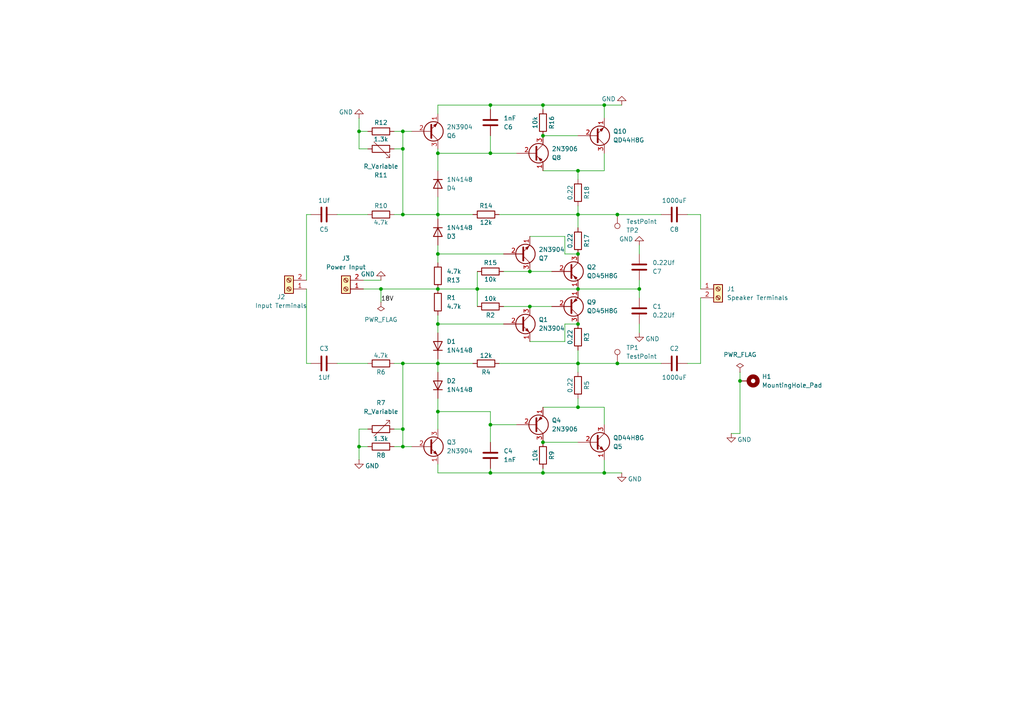
<source format=kicad_sch>
(kicad_sch (version 20231120) (generator "eeschema") (generator_version "8.0")
  (paper "A4")
  (lib_symbols
    (symbol "Connector:Screw_Terminal_01x02" (pin_names (offset 1.016) hide)
      (property "Reference" "J" (at 0 2.54 0))
      (property "Value" "Screw_Terminal_01x02" (at 0 -5.08 0))
      (symbol "Screw_Terminal_01x02_1_1"
        (rectangle (start -1.27 1.27) (end 1.27 -3.81) (stroke (width 0.254)) (fill (type background)))
        (circle (center 0 -2.54) (radius 0.635) (stroke (width 0.1524)))
        (polyline (pts (xy -0.5334 -2.2098) (xy 0.3302 -3.048)) (stroke (width 0.1524)))
        (polyline (pts (xy -0.5334 0.3302) (xy 0.3302 -0.508)) (stroke (width 0.1524)))
        (polyline (pts (xy -0.3556 -2.032) (xy 0.508 -2.8702)) (stroke (width 0.1524)))
        (polyline (pts (xy -0.3556 0.508) (xy 0.508 -0.3302)) (stroke (width 0.1524)))
        (circle (center 0 0) (radius 0.635) (stroke (width 0.1524)))
        (pin passive line (at -5.08 0 0) (length 3.81) (name "Pin_1") (number "1"))
        (pin passive line (at -5.08 -2.54 0) (length 3.81) (name "Pin_2") (number "2"))
      )
    )
    (symbol "Connector:TestPoint" (pin_numbers hide) (pin_names (offset 0.762) hide)
      (property "Reference" "TP" (at 0 6.858 0))
      (property "Value" "TestPoint" (at 0 5.08 0))
      (symbol "TestPoint_0_1"
        (circle (center 0 3.302) (radius 0.762))
      )
      (symbol "TestPoint_1_1"
        (pin passive line (at 0 0 90) (length 2.54) (name "1") (number "1"))
      )
    )
    (symbol "Device:C" (pin_numbers hide) (pin_names (offset 0.254))
      (property "Reference" "C" (at 0.635 2.54 0))
      (property "Value" "C" (at 0.635 -2.54 0))
      (symbol "C_0_1"
        (polyline (pts (xy -2.032 -0.762) (xy 2.032 -0.762)) (stroke (width 0.508)))
        (polyline (pts (xy -2.032 0.762) (xy 2.032 0.762)) (stroke (width 0.508)))
      )
      (symbol "C_1_1"
        (pin passive line (at 0 3.81 270) (length 2.794) (name "~") (number "1"))
        (pin passive line (at 0 -3.81 90) (length 2.794) (name "~") (number "2"))
      )
    )
    (symbol "Device:R" (pin_numbers hide) (pin_names (offset 0))
      (property "Reference" "R" (at 2.032 0 90))
      (property "Value" "R" (at 0 0 90))
      (symbol "R_0_1"
        (rectangle (start -1.016 -2.54) (end 1.016 2.54) (stroke (width 0.254)))
      )
      (symbol "R_1_1"
        (pin passive line (at 0 3.81 270) (length 1.27) (name "~") (number "1"))
        (pin passive line (at 0 -3.81 90) (length 1.27) (name "~") (number "2"))
      )
    )
    (symbol "Device:R_Variable" (pin_numbers hide) (pin_names (offset 0))
      (property "Reference" "R" (at 2.54 -2.54 90))
      (property "Value" "R_Variable" (at -2.54 -1.27 90))
      (symbol "R_Variable_0_1"
        (rectangle (start -1.016 -2.54) (end 1.016 2.54) (stroke (width 0.254)))
        (polyline (pts (xy 2.54 1.524) (xy 2.54 2.54) (xy 1.524 2.54) (xy 2.54 2.54) (xy -2.032 -2.032)))
      )
      (symbol "R_Variable_1_1"
        (pin passive line (at 0 3.81 270) (length 1.27) (name "~") (number "1"))
        (pin passive line (at 0 -3.81 90) (length 1.27) (name "~") (number "2"))
      )
    )
    (symbol "Diode:1N4148" (pin_numbers hide) (pin_names hide)
      (property "Reference" "D" (at 0 2.54 0))
      (property "Value" "1N4148" (at 0 -2.54 0))
      (symbol "1N4148_0_1"
        (polyline (pts (xy -1.27 1.27) (xy -1.27 -1.27)) (stroke (width 0.254)))
        (polyline (pts (xy 1.27 0) (xy -1.27 0)))
        (polyline (pts (xy 1.27 1.27) (xy 1.27 -1.27) (xy -1.27 0) (xy 1.27 1.27)) (stroke (width 0.254)))
      )
      (symbol "1N4148_1_1"
        (pin passive line (at -3.81 0 0) (length 2.54) (name "K") (number "1"))
        (pin passive line (at 3.81 0 180) (length 2.54) (name "A") (number "2"))
      )
    )
    (symbol "Mechanical:MountingHole_Pad" (pin_numbers hide) (pin_names (offset 1.016) hide) (exclude_from_sim yes) (in_bom no)
      (property "Reference" "H" (at 0 6.35 0))
      (property "Value" "MountingHole_Pad" (at 0 4.445 0))
      (symbol "MountingHole_Pad_0_1"
        (circle (center 0 1.27) (radius 1.27) (stroke (width 1.27)))
      )
      (symbol "MountingHole_Pad_1_1"
        (pin input line (at 0 -2.54 90) (length 2.54) (name "1") (number "1"))
      )
    )
    (symbol "Transistor_BJT:2N3904" (pin_names (offset 0) hide)
      (property "Reference" "Q" (at 5.08 1.905 0))
      (property "Value" "2N3904" (at 5.08 0 0))
      (symbol "2N3904_0_1"
        (polyline (pts (xy 0.635 0.635) (xy 2.54 2.54)))
        (polyline (pts (xy 0.635 -0.635) (xy 2.54 -2.54) (xy 2.54 -2.54)))
        (polyline (pts (xy 0.635 1.905) (xy 0.635 -1.905) (xy 0.635 -1.905)) (stroke (width 0.508)))
        (polyline (pts (xy 1.27 -1.778) (xy 1.778 -1.27) (xy 2.286 -2.286) (xy 1.27 -1.778) (xy 1.27 -1.778)) (fill (type outline)))
        (circle (center 1.27 0) (radius 2.8194) (stroke (width 0.254)))
      )
      (symbol "2N3904_1_1"
        (pin passive line (at 2.54 -5.08 90) (length 2.54) (name "E") (number "1"))
        (pin passive line (at -5.08 0 0) (length 5.715) (name "B") (number "2"))
        (pin passive line (at 2.54 5.08 270) (length 2.54) (name "C") (number "3"))
      )
    )
    (symbol "Transistor_BJT:2N3906" (pin_names (offset 0) hide)
      (property "Reference" "Q" (at 5.08 1.905 0))
      (property "Value" "2N3906" (at 5.08 0 0))
      (symbol "2N3906_0_1"
        (polyline (pts (xy 0.635 0.635) (xy 2.54 2.54)))
        (polyline (pts (xy 0.635 -0.635) (xy 2.54 -2.54) (xy 2.54 -2.54)))
        (polyline (pts (xy 0.635 1.905) (xy 0.635 -1.905) (xy 0.635 -1.905)) (stroke (width 0.508)))
        (polyline (pts (xy 2.286 -1.778) (xy 1.778 -2.286) (xy 1.27 -1.27) (xy 2.286 -1.778) (xy 2.286 -1.778)) (fill (type outline)))
        (circle (center 1.27 0) (radius 2.8194) (stroke (width 0.254)))
      )
      (symbol "2N3906_1_1"
        (pin passive line (at 2.54 -5.08 90) (length 2.54) (name "E") (number "1"))
        (pin input line (at -5.08 0 0) (length 5.715) (name "B") (number "2"))
        (pin passive line (at 2.54 5.08 270) (length 2.54) (name "C") (number "3"))
      )
    )
    (symbol "power:GND" (power) (pin_numbers hide) (pin_names (offset 0) hide)
      (property "Value" "GND" (at 0 -3.81 0))
      (symbol "GND_0_1"
        (polyline (pts (xy 0 0) (xy 0 -1.27) (xy 1.27 -1.27) (xy 0 -2.54) (xy -1.27 -1.27) (xy 0 -1.27)))
      )
      (symbol "GND_1_1"
        (pin power_in line (at 0 0 270) (length 0) (name "~") (number "1"))
      )
    )
    (symbol "power:PWR_FLAG" (power) (pin_numbers hide) (pin_names (offset 0) hide)
      (property "Value" "PWR_FLAG" (at 0 3.81 0))
      (symbol "PWR_FLAG_0_0"
        (pin power_out line (at 0 0 90) (length 0) (name "~") (number "1"))
      )
      (symbol "PWR_FLAG_0_1"
        (polyline (pts (xy 0 0) (xy 0 1.27) (xy -1.016 1.905) (xy 0 2.54) (xy 1.016 1.905) (xy 0 1.27)))
      )
    )
  )
  (junction (at 116.84 62.23))
  (junction (at 116.84 43.18))
  (junction (at 142.24 137.16))
  (junction (at 179.07 62.23))
  (junction (at 127 119.38))
  (junction (at 116.84 38.1))
  (junction (at 116.84 129.54))
  (junction (at 153.67 78.74))
  (junction (at 142.24 123.19))
  (junction (at 127 105.41))
  (junction (at 167.64 73.66))
  (junction (at 104.14 38.1))
  (junction (at 157.48 30.48))
  (junction (at 153.67 88.9))
  (junction (at 127 73.66))
  (junction (at 157.48 39.37))
  (junction (at 127 83.82))
  (junction (at 167.64 49.53))
  (junction (at 127 62.23))
  (junction (at 157.48 137.16))
  (junction (at 127 93.98))
  (junction (at 167.64 83.82))
  (junction (at 167.64 62.23))
  (junction (at 104.14 129.54))
  (junction (at 142.24 44.45))
  (junction (at 167.64 93.98))
  (junction (at 157.48 128.27))
  (junction (at 179.07 105.41))
  (junction (at 116.84 124.46))
  (junction (at 175.26 30.48))
  (junction (at 167.64 105.41))
  (junction (at 138.43 83.82))
  (junction (at 185.42 83.82))
  (junction (at 127 44.45))
  (junction (at 214.63 110.49))
  (junction (at 142.24 30.48))
  (junction (at 110.49 83.82))
  (junction (at 175.26 137.16))
  (junction (at 116.84 105.41))
  (junction (at 167.64 118.11))
  (wire (pts (xy 104.14 38.1) (xy 104.14 34.29)))
  (wire (pts (xy 116.84 38.1) (xy 116.84 43.18)))
  (wire (pts (xy 116.84 62.23) (xy 116.84 43.18)))
  (wire (pts (xy 214.63 110.49) (xy 214.63 125.73)))
  (wire (pts (xy 106.68 38.1) (xy 104.14 38.1)))
  (wire (pts (xy 175.26 133.35) (xy 175.26 137.16)))
  (wire (pts (xy 127 83.82) (xy 138.43 83.82)))
  (wire (pts (xy 146.05 88.9) (xy 153.67 88.9)))
  (wire (pts (xy 167.64 93.98) (xy 163.83 93.98)))
  (wire (pts (xy 144.78 62.23) (xy 167.64 62.23)))
  (wire (pts (xy 105.41 83.82) (xy 110.49 83.82)))
  (wire (pts (xy 142.24 135.89) (xy 142.24 137.16)))
  (wire (pts (xy 167.64 62.23) (xy 179.07 62.23)))
  (wire (pts (xy 167.64 118.11) (xy 175.26 118.11)))
  (wire (pts (xy 167.64 83.82) (xy 185.42 83.82)))
  (wire (pts (xy 142.24 123.19) (xy 142.24 128.27)))
  (wire (pts (xy 116.84 129.54) (xy 116.84 124.46)))
  (wire (pts (xy 114.3 129.54) (xy 116.84 129.54)))
  (wire (pts (xy 110.49 83.82) (xy 127 83.82)))
  (wire (pts (xy 114.3 62.23) (xy 116.84 62.23)))
  (wire (pts (xy 167.64 62.23) (xy 167.64 59.69)))
  (wire (pts (xy 146.05 78.74) (xy 153.67 78.74)))
  (wire (pts (xy 114.3 43.18) (xy 116.84 43.18)))
  (wire (pts (xy 127 76.2) (xy 127 73.66)))
  (wire (pts (xy 127 73.66) (xy 127 71.12)))
  (wire (pts (xy 106.68 43.18) (xy 104.14 43.18)))
  (wire (pts (xy 175.26 118.11) (xy 175.26 123.19)))
  (wire (pts (xy 127 49.53) (xy 127 44.45)))
  (wire (pts (xy 127 105.41) (xy 127 107.95)))
  (wire (pts (xy 142.24 44.45) (xy 149.86 44.45)))
  (wire (pts (xy 104.14 43.18) (xy 104.14 38.1)))
  (wire (pts (xy 127 105.41) (xy 127 104.14)))
  (wire (pts (xy 163.83 93.98) (xy 163.83 99.06)))
  (wire (pts (xy 153.67 68.58) (xy 163.83 68.58)))
  (wire (pts (xy 127 44.45) (xy 142.24 44.45)))
  (wire (pts (xy 104.14 124.46) (xy 104.14 129.54)))
  (wire (pts (xy 127 44.45) (xy 127 43.18)))
  (wire (pts (xy 214.63 107.95) (xy 214.63 110.49)))
  (wire (pts (xy 138.43 83.82) (xy 138.43 88.9)))
  (wire (pts (xy 142.24 30.48) (xy 157.48 30.48)))
  (wire (pts (xy 167.64 73.66) (xy 163.83 73.66)))
  (wire (pts (xy 116.84 129.54) (xy 119.38 129.54)))
  (wire (pts (xy 106.68 124.46) (xy 104.14 124.46)))
  (wire (pts (xy 137.16 105.41) (xy 127 105.41)))
  (wire (pts (xy 142.24 137.16) (xy 157.48 137.16)))
  (wire (pts (xy 127 119.38) (xy 127 124.46)))
  (wire (pts (xy 114.3 38.1) (xy 116.84 38.1)))
  (wire (pts (xy 137.16 62.23) (xy 127 62.23)))
  (wire (pts (xy 203.2 86.36) (xy 203.2 105.41)))
  (wire (pts (xy 167.64 52.07) (xy 167.64 49.53)))
  (wire (pts (xy 88.9 105.41) (xy 90.17 105.41)))
  (wire (pts (xy 106.68 129.54) (xy 104.14 129.54)))
  (wire (pts (xy 127 91.44) (xy 127 93.98)))
  (wire (pts (xy 179.07 62.23) (xy 191.77 62.23)))
  (wire (pts (xy 157.48 30.48) (xy 175.26 30.48)))
  (wire (pts (xy 114.3 124.46) (xy 116.84 124.46)))
  (wire (pts (xy 199.39 62.23) (xy 203.2 62.23)))
  (wire (pts (xy 116.84 38.1) (xy 119.38 38.1)))
  (wire (pts (xy 167.64 105.41) (xy 179.07 105.41)))
  (wire (pts (xy 153.67 88.9) (xy 160.02 88.9)))
  (wire (pts (xy 153.67 78.74) (xy 160.02 78.74)))
  (wire (pts (xy 127 93.98) (xy 127 96.52)))
  (wire (pts (xy 157.48 118.11) (xy 167.64 118.11)))
  (wire (pts (xy 97.79 62.23) (xy 106.68 62.23)))
  (wire (pts (xy 114.3 105.41) (xy 116.84 105.41)))
  (wire (pts (xy 127 33.02) (xy 127 30.48)))
  (wire (pts (xy 175.26 34.29) (xy 175.26 30.48)))
  (wire (pts (xy 97.79 105.41) (xy 106.68 105.41)))
  (wire (pts (xy 157.48 135.89) (xy 157.48 137.16)))
  (wire (pts (xy 104.14 129.54) (xy 104.14 133.35)))
  (wire (pts (xy 203.2 62.23) (xy 203.2 83.82)))
  (wire (pts (xy 127 62.23) (xy 127 63.5)))
  (wire (pts (xy 127 62.23) (xy 127 57.15)))
  (wire (pts (xy 88.9 62.23) (xy 88.9 81.28)))
  (wire (pts (xy 203.2 105.41) (xy 199.39 105.41)))
  (wire (pts (xy 138.43 83.82) (xy 167.64 83.82)))
  (wire (pts (xy 175.26 49.53) (xy 175.26 44.45)))
  (wire (pts (xy 185.42 83.82) (xy 185.42 81.28)))
  (wire (pts (xy 142.24 44.45) (xy 142.24 39.37)))
  (wire (pts (xy 167.64 115.57) (xy 167.64 118.11)))
  (wire (pts (xy 185.42 93.98) (xy 185.42 96.52)))
  (wire (pts (xy 167.64 49.53) (xy 175.26 49.53)))
  (wire (pts (xy 157.48 128.27) (xy 167.64 128.27)))
  (wire (pts (xy 185.42 83.82) (xy 185.42 86.36)))
  (wire (pts (xy 185.42 71.12) (xy 185.42 73.66)))
  (wire (pts (xy 116.84 62.23) (xy 127 62.23)))
  (wire (pts (xy 214.63 125.73) (xy 212.09 125.73)))
  (wire (pts (xy 127 93.98) (xy 146.05 93.98)))
  (wire (pts (xy 116.84 105.41) (xy 116.84 124.46)))
  (wire (pts (xy 175.26 137.16) (xy 180.34 137.16)))
  (wire (pts (xy 179.07 105.41) (xy 191.77 105.41)))
  (wire (pts (xy 175.26 30.48) (xy 180.34 30.48)))
  (wire (pts (xy 127 119.38) (xy 142.24 119.38)))
  (wire (pts (xy 167.64 105.41) (xy 167.64 107.95)))
  (wire (pts (xy 127 115.57) (xy 127 119.38)))
  (wire (pts (xy 127 73.66) (xy 146.05 73.66)))
  (wire (pts (xy 142.24 119.38) (xy 142.24 123.19)))
  (wire (pts (xy 127 134.62) (xy 127 137.16)))
  (wire (pts (xy 142.24 31.75) (xy 142.24 30.48)))
  (wire (pts (xy 127 137.16) (xy 142.24 137.16)))
  (wire (pts (xy 127 30.48) (xy 142.24 30.48)))
  (wire (pts (xy 157.48 137.16) (xy 175.26 137.16)))
  (wire (pts (xy 157.48 49.53) (xy 167.64 49.53)))
  (wire (pts (xy 153.67 99.06) (xy 163.83 99.06)))
  (wire (pts (xy 110.49 83.82) (xy 110.49 87.63)))
  (wire (pts (xy 88.9 83.82) (xy 88.9 105.41)))
  (wire (pts (xy 167.64 105.41) (xy 167.64 101.6)))
  (wire (pts (xy 105.41 81.28) (xy 110.49 81.28)))
  (wire (pts (xy 157.48 31.75) (xy 157.48 30.48)))
  (wire (pts (xy 144.78 105.41) (xy 167.64 105.41)))
  (wire (pts (xy 138.43 83.82) (xy 138.43 78.74)))
  (wire (pts (xy 88.9 62.23) (xy 90.17 62.23)))
  (wire (pts (xy 116.84 105.41) (xy 127 105.41)))
  (wire (pts (xy 167.64 62.23) (xy 167.64 66.04)))
  (wire (pts (xy 142.24 123.19) (xy 149.86 123.19)))
  (wire (pts (xy 163.83 73.66) (xy 163.83 68.58)))
  (wire (pts (xy 157.48 39.37) (xy 167.64 39.37)))
  (label "18V" (at 110.49 87.63 0))
  (symbol (lib_id "Device:C") (at 185.42 77.47 0) (mirror x) (unit 1)
    (property "Reference" "C7" (at 189.23 78.7401 0) (effects (justify left)))
    (property "Value" "0.22Uf" (at 189.23 76.2001 0) (effects (justify left)))
    (property "Footprint" "Capacitor_THT:CP_Radial_D4.0mm_P1.50mm" (effects (hide yes)))
    (property "Description" "Unpolarized capacitor" (effects (hide yes)))
  )
  (symbol (lib_id "Device:R") (at 167.64 55.88 0) (mirror x) (unit 1)
    (property "Reference" "R18" (at 170.18 55.88 90))
    (property "Value" "0.22" (at 165.354 55.88 90))
    (property "Footprint" "Resistor_THT:R_Axial_DIN0204_L3.6mm_D1.6mm_P5.08mm_Horizontal" (effects (hide yes)))
    (property "Description" "Resistor" (effects (hide yes)))
  )
  (symbol (lib_id "Device:C") (at 195.58 105.41 90) (unit 1)
    (property "Reference" "C2" (at 195.58 101.092 90))
    (property "Value" "1000uF" (at 195.58 109.474 90))
    (property "Footprint" "Capacitor_THT:CP_Radial_D12.5mm_P7.50mm" (effects (hide yes)))
    (property "Description" "Unpolarized capacitor" (effects (hide yes)))
  )
  (symbol (lib_id "Device:R") (at 140.97 62.23 270) (mirror x) (unit 1)
    (property "Reference" "R14" (at 140.97 59.69 90))
    (property "Value" "12k" (at 140.97 64.516 90))
    (property "Footprint" "Resistor_THT:R_Axial_DIN0204_L3.6mm_D1.6mm_P5.08mm_Horizontal" (effects (hide yes)))
    (property "Description" "Resistor" (effects (hide yes)))
  )
  (symbol (lib_id "power:GND") (at 180.34 30.48 180) (unit 1)
    (property "Reference" "#PWR05" (effects (hide yes)))
    (property "Value" "GND" (at 176.53 28.702 0))
    (property "Description" "Power symbol creates a global label with name \"GND\" , ground" (effects (hide yes)))
  )
  (symbol (lib_id "Device:R") (at 142.24 88.9 270) (unit 1)
    (property "Reference" "R2" (at 142.24 91.44 90))
    (property "Value" "10k" (at 142.24 86.614 90))
    (property "Footprint" "Resistor_THT:R_Axial_DIN0204_L3.6mm_D1.6mm_P5.08mm_Horizontal" (effects (hide yes)))
    (property "Description" "Resistor" (effects (hide yes)))
  )
  (symbol (lib_id "Device:R") (at 110.49 105.41 270) (unit 1)
    (property "Reference" "R6" (at 110.49 107.95 90))
    (property "Value" "4.7k" (at 110.49 103.124 90))
    (property "Footprint" "Resistor_THT:R_Axial_DIN0204_L3.6mm_D1.6mm_P5.08mm_Horizontal" (effects (hide yes)))
    (property "Description" "Resistor" (effects (hide yes)))
  )
  (symbol (lib_id "power:GND") (at 185.42 71.12 180) (unit 1)
    (property "Reference" "#PWR06" (effects (hide yes)))
    (property "Value" "GND" (at 181.61 69.342 0))
    (property "Description" "Power symbol creates a global label with name \"GND\" , ground" (effects (hide yes)))
  )
  (symbol (lib_id "Device:C") (at 195.58 62.23 90) (mirror x) (unit 1)
    (property "Reference" "C8" (at 195.58 66.548 90))
    (property "Value" "1000uF" (at 195.58 58.166 90))
    (property "Footprint" "Capacitor_THT:CP_Radial_D12.5mm_P7.50mm" (effects (hide yes)))
    (property "Description" "Unpolarized capacitor" (effects (hide yes)))
  )
  (symbol (lib_id "Device:R") (at 167.64 111.76 0) (unit 1)
    (property "Reference" "R5" (at 170.18 111.76 90))
    (property "Value" "0.22" (at 165.354 111.76 90))
    (property "Footprint" "Resistor_THT:R_Axial_DIN0204_L3.6mm_D1.6mm_P5.08mm_Horizontal" (effects (hide yes)))
    (property "Description" "Resistor" (effects (hide yes)))
  )
  (symbol (lib_id "Device:C") (at 93.98 105.41 90) (unit 1)
    (property "Reference" "C3" (at 93.98 101.092 90))
    (property "Value" "1Uf" (at 93.98 109.474 90))
    (property "Footprint" "Capacitor_THT:CP_Radial_D4.0mm_P1.50mm" (effects (hide yes)))
    (property "Description" "Unpolarized capacitor" (effects (hide yes)))
  )
  (symbol (lib_id "Connector:TestPoint") (at 179.07 62.23 0) (mirror x) (unit 1)
    (property "Reference" "TP2" (at 181.61 66.8021 0) (effects (justify left)))
    (property "Value" "TestPoint" (at 181.61 64.2621 0) (effects (justify left)))
    (property "Footprint" "TestPoint:TestPoint_Loop_D2.50mm_Drill1.0mm" (effects (hide yes)))
    (property "Description" "test point" (effects (hide yes)))
  )
  (symbol (lib_id "Connector:TestPoint") (at 179.07 105.41 0) (unit 1)
    (property "Reference" "TP1" (at 181.61 100.8379 0) (effects (justify left)))
    (property "Value" "TestPoint" (at 181.61 103.3779 0) (effects (justify left)))
    (property "Footprint" "TestPoint:TestPoint_Loop_D2.50mm_Drill1.0mm" (effects (hide yes)))
    (property "Description" "test point" (effects (hide yes)))
  )
  (symbol (lib_id "Diode:1N4148") (at 127 53.34 90) (mirror x) (unit 1)
    (property "Reference" "D4" (at 129.54 54.6101 90) (effects (justify right)))
    (property "Value" "1N4148" (at 129.54 52.0701 90) (effects (justify right)))
    (property "Footprint" "Diode_THT:D_DO-35_SOD27_P7.62mm_Horizontal" (effects (hide yes)))
    (property "Datasheet" "https://assets.nexperia.com/documents/data-sheet/1N4148_1N4448.pdf" (effects (hide yes)))
    (property "Description" "100V 0.15A standard switching diode, DO-35" (effects (hide yes)))
    (property "Sim.Device" "D" (effects (hide yes)))
    (property "Sim.Pins" "1=K 2=A" (effects (hide yes)))
  )
  (symbol (lib_id "Device:R_Variable") (at 110.49 124.46 270) (mirror x) (unit 1)
    (property "Reference" "R7" (at 110.49 116.84 90))
    (property "Value" "R_Variable" (at 110.49 119.38 90))
    (property "Footprint" "Potentiometer_THT:Potentiometer_ACP_CA9-V10_Vertical" (effects (hide yes)))
    (property "Description" "Variable resistor" (effects (hide yes)))
  )
  (symbol (lib_id "Device:R") (at 127 80.01 0) (mirror x) (unit 1)
    (property "Reference" "R13" (at 129.54 81.2801 0) (effects (justify left)))
    (property "Value" "4.7k" (at 129.54 78.7401 0) (effects (justify left)))
    (property "Footprint" "Resistor_THT:R_Axial_DIN0204_L3.6mm_D1.6mm_P5.08mm_Horizontal" (effects (hide yes)))
    (property "Description" "Resistor" (effects (hide yes)))
  )
  (symbol (lib_id "Device:R") (at 110.49 62.23 270) (mirror x) (unit 1)
    (property "Reference" "R10" (at 110.49 59.69 90))
    (property "Value" "4.7k" (at 110.49 64.516 90))
    (property "Footprint" "Resistor_THT:R_Axial_DIN0204_L3.6mm_D1.6mm_P5.08mm_Horizontal" (effects (hide yes)))
    (property "Description" "Resistor" (effects (hide yes)))
  )
  (symbol (lib_id "Device:C") (at 185.42 90.17 0) (unit 1)
    (property "Reference" "C1" (at 189.23 88.8999 0) (effects (justify left)))
    (property "Value" "0.22Uf" (at 189.23 91.4399 0) (effects (justify left)))
    (property "Footprint" "Capacitor_THT:CP_Radial_D4.0mm_P1.50mm" (effects (hide yes)))
    (property "Description" "Unpolarized capacitor" (effects (hide yes)))
  )
  (symbol (lib_id "Device:R") (at 157.48 35.56 0) (mirror x) (unit 1)
    (property "Reference" "R16" (at 160.02 35.56 90))
    (property "Value" "10k" (at 155.194 35.56 90))
    (property "Footprint" "Resistor_THT:R_Axial_DIN0204_L3.6mm_D1.6mm_P5.08mm_Horizontal" (effects (hide yes)))
    (property "Description" "Resistor" (effects (hide yes)))
  )
  (symbol (lib_id "Transistor_BJT:2N3904") (at 172.72 39.37 0) (mirror x) (unit 1)
    (property "Reference" "Q10" (at 177.8 38.0999 0) (effects (justify left)))
    (property "Value" "QD44H8G" (at 177.8 40.6399 0) (effects (justify left)))
    (property "Footprint" "Package_TO_SOT_THT:TO-218-3_Vertical" (effects (hide yes)))
    (property "Datasheet" "https://www.onsemi.com/pub/Collateral/2N3903-D.PDF" (effects (hide yes)))
    (property "Description" "0.2A Ic, 40V Vce, Small Signal NPN Transistor, TO-92" (effects (hide yes)))
  )
  (symbol (lib_id "power:GND") (at 110.49 81.28 180) (unit 1)
    (property "Reference" "#PWR07" (effects (hide yes)))
    (property "Value" "GND" (at 106.68 79.502 0))
    (property "Description" "Power symbol creates a global label with name \"GND\" , ground" (effects (hide yes)))
  )
  (symbol (lib_id "Connector:Screw_Terminal_01x02") (at 83.82 83.82 180) (unit 1)
    (property "Reference" "J2" (at 81.534 86.106 0))
    (property "Value" "Input Terminals" (at 81.534 88.646 0))
    (property "Footprint" "Connector_Wire:SolderWire-2.5sqmm_1x02_P7.2mm_D2.4mm_OD3.6mm" (effects (hide yes)))
    (property "Description" "Generic screw terminal, single row, 01x02, script generated (kicad-library-utils/schlib/autogen/connector/)" (effects (hide yes)))
  )
  (symbol (lib_id "Device:R") (at 140.97 105.41 270) (unit 1)
    (property "Reference" "R4" (at 140.97 107.95 90))
    (property "Value" "12k" (at 140.97 103.124 90))
    (property "Footprint" "Resistor_THT:R_Axial_DIN0204_L3.6mm_D1.6mm_P5.08mm_Horizontal" (effects (hide yes)))
    (property "Description" "Resistor" (effects (hide yes)))
  )
  (symbol (lib_id "Connector:Screw_Terminal_01x02") (at 100.33 83.82 180) (unit 1)
    (property "Reference" "J3" (at 100.33 74.93 0))
    (property "Value" "Power Input" (at 100.33 77.47 0))
    (property "Footprint" "Connector_Wire:SolderWire-2.5sqmm_1x02_P7.2mm_D2.4mm_OD3.6mm" (effects (hide yes)))
    (property "Description" "Generic screw terminal, single row, 01x02, script generated (kicad-library-utils/schlib/autogen/connector/)" (effects (hide yes)))
  )
  (symbol (lib_id "Transistor_BJT:2N3904") (at 172.72 128.27 0) (unit 1)
    (property "Reference" "Q5" (at 177.8 129.5401 0) (effects (justify left)))
    (property "Value" "QD44H8G" (at 177.8 127.0001 0) (effects (justify left)))
    (property "Footprint" "Package_TO_SOT_THT:TO-220-3_Vertical" (effects (hide yes)))
    (property "Datasheet" "https://www.onsemi.com/pub/Collateral/2N3903-D.PDF" (effects (hide yes)))
    (property "Description" "0.2A Ic, 40V Vce, Small Signal NPN Transistor, TO-92" (effects (hide yes)))
  )
  (symbol (lib_id "power:GND") (at 185.42 96.52 0) (unit 1)
    (property "Reference" "#PWR01" (effects (hide yes)))
    (property "Value" "GND" (at 189.23 98.298 0))
    (property "Description" "Power symbol creates a global label with name \"GND\" , ground" (effects (hide yes)))
  )
  (symbol (lib_id "power:GND") (at 212.09 125.73 0) (unit 1)
    (property "Reference" "#PWR08" (effects (hide yes)))
    (property "Value" "GND" (at 215.9 127.508 0))
    (property "Description" "Power symbol creates a global label with name \"GND\" , ground" (effects (hide yes)))
  )
  (symbol (lib_id "Device:R_Variable") (at 110.49 43.18 270) (unit 1)
    (property "Reference" "R11" (at 110.49 50.8 90))
    (property "Value" "R_Variable" (at 110.49 48.26 90))
    (property "Footprint" "Potentiometer_THT:Potentiometer_ACP_CA9-V10_Vertical" (effects (hide yes)))
    (property "Description" "Variable resistor" (effects (hide yes)))
  )
  (symbol (lib_id "Device:R") (at 167.64 69.85 0) (mirror x) (unit 1)
    (property "Reference" "R17" (at 170.18 69.85 90))
    (property "Value" "0.22" (at 165.354 69.85 90))
    (property "Footprint" "Resistor_THT:R_Axial_DIN0204_L3.6mm_D1.6mm_P5.08mm_Horizontal" (effects (hide yes)))
    (property "Description" "Resistor" (effects (hide yes)))
  )
  (symbol (lib_id "Device:C") (at 142.24 132.08 0) (unit 1)
    (property "Reference" "C4" (at 146.05 130.8099 0) (effects (justify left)))
    (property "Value" "1nF" (at 146.05 133.3499 0) (effects (justify left)))
    (property "Footprint" "Capacitor_THT:CP_Radial_D4.0mm_P1.50mm" (effects (hide yes)))
    (property "Description" "Unpolarized capacitor" (effects (hide yes)))
  )
  (symbol (lib_id "power:GND") (at 104.14 133.35 0) (unit 1)
    (property "Reference" "#PWR02" (effects (hide yes)))
    (property "Value" "GND" (at 107.95 135.128 0))
    (property "Description" "Power symbol creates a global label with name \"GND\" , ground" (effects (hide yes)))
  )
  (symbol (lib_id "power:PWR_FLAG") (at 110.49 87.63 180) (unit 1)
    (property "Reference" "#FLG01" (effects (hide yes)))
    (property "Value" "PWR_FLAG" (at 110.49 92.71 0))
    (property "Description" "Special symbol for telling ERC where power comes from" (effects (hide yes)))
  )
  (symbol (lib_id "Diode:1N4148") (at 127 67.31 90) (mirror x) (unit 1)
    (property "Reference" "D3" (at 129.54 68.5801 90) (effects (justify right)))
    (property "Value" "1N4148" (at 129.54 66.0401 90) (effects (justify right)))
    (property "Footprint" "Diode_THT:D_DO-35_SOD27_P7.62mm_Horizontal" (effects (hide yes)))
    (property "Datasheet" "https://assets.nexperia.com/documents/data-sheet/1N4148_1N4448.pdf" (effects (hide yes)))
    (property "Description" "100V 0.15A standard switching diode, DO-35" (effects (hide yes)))
    (property "Sim.Device" "D" (effects (hide yes)))
    (property "Sim.Pins" "1=K 2=A" (effects (hide yes)))
  )
  (symbol (lib_id "Transistor_BJT:2N3904") (at 124.46 129.54 0) (unit 1)
    (property "Reference" "Q3" (at 129.54 128.2699 0) (effects (justify left)))
    (property "Value" "2N3904" (at 129.54 130.8099 0) (effects (justify left)))
    (property "Footprint" "Package_TO_SOT_THT:TO-92_Inline" (effects (hide yes)))
    (property "Datasheet" "https://www.onsemi.com/pub/Collateral/2N3903-D.PDF" (effects (hide yes)))
    (property "Description" "0.2A Ic, 40V Vce, Small Signal NPN Transistor, TO-92" (effects (hide yes)))
  )
  (symbol (lib_id "Device:R") (at 110.49 38.1 270) (mirror x) (unit 1)
    (property "Reference" "R12" (at 110.49 35.56 90))
    (property "Value" "1.3k" (at 110.49 40.386 90))
    (property "Footprint" "Resistor_THT:R_Axial_DIN0204_L3.6mm_D1.6mm_P5.08mm_Horizontal" (effects (hide yes)))
    (property "Description" "Resistor" (effects (hide yes)))
  )
  (symbol (lib_id "Transistor_BJT:2N3904") (at 151.13 93.98 0) (unit 1)
    (property "Reference" "Q1" (at 156.21 92.7099 0) (effects (justify left)))
    (property "Value" "2N3904" (at 156.21 95.2499 0) (effects (justify left)))
    (property "Footprint" "Package_TO_SOT_THT:TO-92_Inline" (effects (hide yes)))
    (property "Datasheet" "https://www.onsemi.com/pub/Collateral/2N3903-D.PDF" (effects (hide yes)))
    (property "Description" "0.2A Ic, 40V Vce, Small Signal NPN Transistor, TO-92" (effects (hide yes)))
  )
  (symbol (lib_id "Device:C") (at 142.24 35.56 0) (mirror x) (unit 1)
    (property "Reference" "C6" (at 146.05 36.8301 0) (effects (justify left)))
    (property "Value" "1nF" (at 146.05 34.2901 0) (effects (justify left)))
    (property "Footprint" "Capacitor_THT:CP_Radial_D4.0mm_P1.50mm" (effects (hide yes)))
    (property "Description" "Unpolarized capacitor" (effects (hide yes)))
  )
  (symbol (lib_id "Device:R") (at 110.49 129.54 270) (unit 1)
    (property "Reference" "R8" (at 110.49 132.08 90))
    (property "Value" "1.3k" (at 110.49 127.254 90))
    (property "Footprint" "Resistor_THT:R_Axial_DIN0204_L3.6mm_D1.6mm_P5.08mm_Horizontal" (effects (hide yes)))
    (property "Description" "Resistor" (effects (hide yes)))
  )
  (symbol (lib_id "Transistor_BJT:2N3906") (at 154.94 123.19 0) (mirror x) (unit 1)
    (property "Reference" "Q4" (at 160.02 121.9199 0) (effects (justify left)))
    (property "Value" "2N3906" (at 160.02 124.4599 0) (effects (justify left)))
    (property "Footprint" "Package_TO_SOT_THT:TO-92_Inline" (effects (hide yes)))
    (property "Datasheet" "https://www.onsemi.com/pub/Collateral/2N3906-D.PDF" (effects (hide yes)))
    (property "Description" "-0.2A Ic, -40V Vce, Small Signal PNP Transistor, TO-92" (effects (hide yes)))
  )
  (symbol (lib_id "Device:C") (at 93.98 62.23 90) (mirror x) (unit 1)
    (property "Reference" "C5" (at 93.98 66.548 90))
    (property "Value" "1Uf" (at 93.98 58.166 90))
    (property "Footprint" "Capacitor_THT:CP_Radial_D4.0mm_P1.50mm" (effects (hide yes)))
    (property "Description" "Unpolarized capacitor" (effects (hide yes)))
  )
  (symbol (lib_id "Device:R") (at 157.48 132.08 0) (unit 1)
    (property "Reference" "R9" (at 160.02 132.08 90))
    (property "Value" "10k" (at 155.194 132.08 90))
    (property "Footprint" "Resistor_THT:R_Axial_DIN0204_L3.6mm_D1.6mm_P5.08mm_Horizontal" (effects (hide yes)))
    (property "Description" "Resistor" (effects (hide yes)))
  )
  (symbol (lib_id "Transistor_BJT:2N3906") (at 154.94 44.45 0) (unit 1)
    (property "Reference" "Q8" (at 160.02 45.7201 0) (effects (justify left)))
    (property "Value" "2N3906" (at 160.02 43.1801 0) (effects (justify left)))
    (property "Footprint" "Package_TO_SOT_THT:TO-92_Inline" (effects (hide yes)))
    (property "Datasheet" "https://www.onsemi.com/pub/Collateral/2N3906-D.PDF" (effects (hide yes)))
    (property "Description" "-0.2A Ic, -40V Vce, Small Signal PNP Transistor, TO-92" (effects (hide yes)))
  )
  (symbol (lib_id "power:PWR_FLAG") (at 214.63 107.95 0) (unit 1)
    (property "Reference" "#FLG02" (effects (hide yes)))
    (property "Value" "PWR_FLAG" (at 214.63 102.87 0))
    (property "Description" "Special symbol for telling ERC where power comes from" (effects (hide yes)))
  )
  (symbol (lib_id "Transistor_BJT:2N3904") (at 151.13 73.66 0) (mirror x) (unit 1)
    (property "Reference" "Q7" (at 156.21 74.9301 0) (effects (justify left)))
    (property "Value" "2N3904" (at 156.21 72.3901 0) (effects (justify left)))
    (property "Footprint" "Package_TO_SOT_THT:TO-92_Inline" (effects (hide yes)))
    (property "Datasheet" "https://www.onsemi.com/pub/Collateral/2N3903-D.PDF" (effects (hide yes)))
    (property "Description" "0.2A Ic, 40V Vce, Small Signal NPN Transistor, TO-92" (effects (hide yes)))
  )
  (symbol (lib_id "Transistor_BJT:2N3906") (at 165.1 88.9 0) (mirror x) (unit 1)
    (property "Reference" "Q9" (at 170.18 87.6299 0) (effects (justify left)))
    (property "Value" "QD45H8G" (at 170.18 90.1699 0) (effects (justify left)))
    (property "Footprint" "Package_TO_SOT_THT:TO-220-3_Vertical" (effects (hide yes)))
    (property "Datasheet" "https://www.onsemi.com/pub/Collateral/2N3906-D.PDF" (effects (hide yes)))
    (property "Description" "-0.2A Ic, -40V Vce, Small Signal PNP Transistor, TO-92" (effects (hide yes)))
  )
  (symbol (lib_id "Connector:Screw_Terminal_01x02") (at 208.28 83.82 0) (unit 1)
    (property "Reference" "J1" (at 210.82 83.8199 0) (effects (justify left)))
    (property "Value" "Speaker Terminals" (at 210.82 86.3599 0) (effects (justify left)))
    (property "Footprint" "Connector_Wire:SolderWire-2.5sqmm_1x02_P7.2mm_D2.4mm_OD3.6mm" (effects (hide yes)))
    (property "Description" "Generic screw terminal, single row, 01x02, script generated (kicad-library-utils/schlib/autogen/connector/)" (effects (hide yes)))
  )
  (symbol (lib_id "power:GND") (at 104.14 34.29 180) (unit 1)
    (property "Reference" "#PWR04" (effects (hide yes)))
    (property "Value" "GND" (at 100.33 32.512 0))
    (property "Description" "Power symbol creates a global label with name \"GND\" , ground" (effects (hide yes)))
  )
  (symbol (lib_id "Device:R") (at 142.24 78.74 270) (mirror x) (unit 1)
    (property "Reference" "R15" (at 142.24 76.2 90))
    (property "Value" "10k" (at 142.24 81.026 90))
    (property "Footprint" "Resistor_THT:R_Axial_DIN0204_L3.6mm_D1.6mm_P5.08mm_Horizontal" (effects (hide yes)))
    (property "Description" "Resistor" (effects (hide yes)))
  )
  (symbol (lib_id "Mechanical:MountingHole_Pad") (at 217.17 110.49 270) (unit 1) (exclude_from_sim yes) (in_bom no)
    (property "Reference" "H1" (at 220.98 109.2199 90) (effects (justify left)))
    (property "Value" "MountingHole_Pad" (at 220.98 111.7599 90) (effects (justify left)))
    (property "Footprint" "MountingHole:MountingHole_2.7mm_M2.5_DIN965_Pad" (effects (hide yes)))
    (property "Description" "Mounting Hole with connection" (effects (hide yes)))
  )
  (symbol (lib_id "Diode:1N4148") (at 127 111.76 90) (unit 1)
    (property "Reference" "D2" (at 129.54 110.4899 90) (effects (justify right)))
    (property "Value" "1N4148" (at 129.54 113.0299 90) (effects (justify right)))
    (property "Footprint" "Diode_THT:D_DO-35_SOD27_P7.62mm_Horizontal" (effects (hide yes)))
    (property "Datasheet" "https://assets.nexperia.com/documents/data-sheet/1N4148_1N4448.pdf" (effects (hide yes)))
    (property "Description" "100V 0.15A standard switching diode, DO-35" (effects (hide yes)))
    (property "Sim.Device" "D" (effects (hide yes)))
    (property "Sim.Pins" "1=K 2=A" (effects (hide yes)))
  )
  (symbol (lib_id "Device:R") (at 167.64 97.79 0) (unit 1)
    (property "Reference" "R3" (at 170.18 97.79 90))
    (property "Value" "0.22" (at 165.354 97.79 90))
    (property "Footprint" "Resistor_THT:R_Axial_DIN0204_L3.6mm_D1.6mm_P5.08mm_Horizontal" (effects (hide yes)))
    (property "Description" "Resistor" (effects (hide yes)))
  )
  (symbol (lib_id "Diode:1N4148") (at 127 100.33 90) (unit 1)
    (property "Reference" "D1" (at 129.54 99.0599 90) (effects (justify right)))
    (property "Value" "1N4148" (at 129.54 101.5999 90) (effects (justify right)))
    (property "Footprint" "Diode_THT:D_DO-35_SOD27_P7.62mm_Horizontal" (effects (hide yes)))
    (property "Datasheet" "https://assets.nexperia.com/documents/data-sheet/1N4148_1N4448.pdf" (effects (hide yes)))
    (property "Description" "100V 0.15A standard switching diode, DO-35" (effects (hide yes)))
    (property "Sim.Device" "D" (effects (hide yes)))
    (property "Sim.Pins" "1=K 2=A" (effects (hide yes)))
  )
  (symbol (lib_id "Device:R") (at 127 87.63 0) (unit 1)
    (property "Reference" "R1" (at 129.54 86.3599 0) (effects (justify left)))
    (property "Value" "4.7k" (at 129.54 88.8999 0) (effects (justify left)))
    (property "Footprint" "Resistor_THT:R_Axial_DIN0204_L3.6mm_D1.6mm_P5.08mm_Horizontal" (effects (hide yes)))
    (property "Description" "Resistor" (effects (hide yes)))
  )
  (symbol (lib_id "Transistor_BJT:2N3904") (at 124.46 38.1 0) (mirror x) (unit 1)
    (property "Reference" "Q6" (at 129.54 39.3701 0) (effects (justify left)))
    (property "Value" "2N3904" (at 129.54 36.8301 0) (effects (justify left)))
    (property "Footprint" "Package_TO_SOT_THT:TO-92_Inline" (effects (hide yes)))
    (property "Datasheet" "https://www.onsemi.com/pub/Collateral/2N3903-D.PDF" (effects (hide yes)))
    (property "Description" "0.2A Ic, 40V Vce, Small Signal NPN Transistor, TO-92" (effects (hide yes)))
  )
  (symbol (lib_id "Transistor_BJT:2N3906") (at 165.1 78.74 0) (unit 1)
    (property "Reference" "Q2" (at 170.18 77.4699 0) (effects (justify left)))
    (property "Value" "QD45H8G" (at 170.18 80.0099 0) (effects (justify left)))
    (property "Footprint" "Package_TO_SOT_THT:TO-218-3_Vertical" (effects (hide yes)))
    (property "Datasheet" "https://www.onsemi.com/pub/Collateral/2N3906-D.PDF" (effects (hide yes)))
    (property "Description" "-0.2A Ic, -40V Vce, Small Signal PNP Transistor, TO-92" (effects (hide yes)))
  )
  (symbol (lib_id "power:GND") (at 180.34 137.16 0) (unit 1)
    (property "Reference" "#PWR03" (effects (hide yes)))
    (property "Value" "GND" (at 184.15 138.938 0))
    (property "Description" "Power symbol creates a global label with name \"GND\" , ground" (effects (hide yes)))
  )
)
</source>
